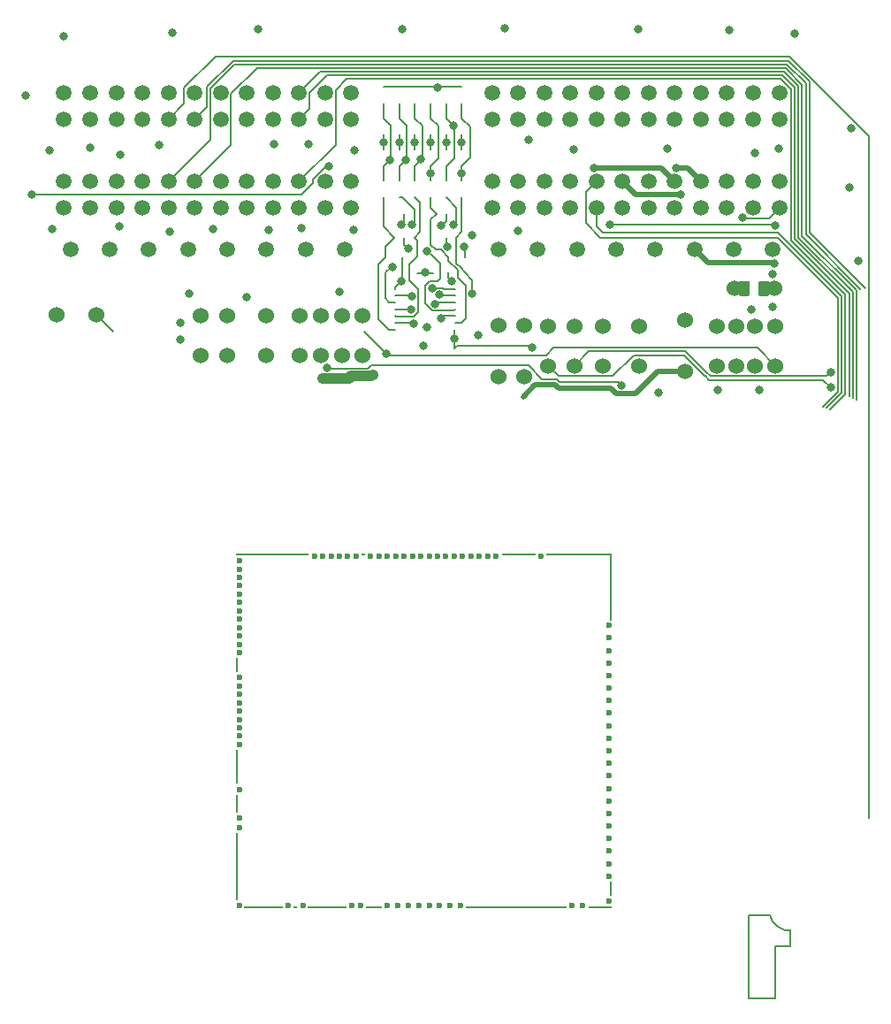
<source format=gbl>
G04 #@! TF.GenerationSoftware,KiCad,Pcbnew,8.0.6-8.0.6-0~ubuntu22.04.1*
G04 #@! TF.CreationDate,2024-11-30T08:22:39+00:00*
G04 #@! TF.ProjectId,hellen-112-17,68656c6c-656e-42d3-9131-322d31372e6b,B*
G04 #@! TF.SameCoordinates,Original*
G04 #@! TF.FileFunction,Copper,L4,Bot*
G04 #@! TF.FilePolarity,Positive*
%FSLAX46Y46*%
G04 Gerber Fmt 4.6, Leading zero omitted, Abs format (unit mm)*
G04 Created by KiCad (PCBNEW 8.0.6-8.0.6-0~ubuntu22.04.1) date 2024-11-30 08:22:39*
%MOMM*%
%LPD*%
G01*
G04 APERTURE LIST*
G04 #@! TA.AperFunction,EtchedComponent*
%ADD10C,0.200000*%
G04 #@! TD*
G04 #@! TA.AperFunction,ComponentPad*
%ADD11C,1.500000*%
G04 #@! TD*
G04 #@! TA.AperFunction,ComponentPad*
%ADD12C,1.524000*%
G04 #@! TD*
G04 #@! TA.AperFunction,ComponentPad*
%ADD13C,0.600000*%
G04 #@! TD*
G04 #@! TA.AperFunction,SMDPad,CuDef*
%ADD14R,3.700000X0.200000*%
G04 #@! TD*
G04 #@! TA.AperFunction,SMDPad,CuDef*
%ADD15R,0.400000X0.200000*%
G04 #@! TD*
G04 #@! TA.AperFunction,SMDPad,CuDef*
%ADD16R,1.600000X0.200000*%
G04 #@! TD*
G04 #@! TA.AperFunction,SMDPad,CuDef*
%ADD17R,9.700000X0.200000*%
G04 #@! TD*
G04 #@! TA.AperFunction,SMDPad,CuDef*
%ADD18R,2.300000X0.200000*%
G04 #@! TD*
G04 #@! TA.AperFunction,SMDPad,CuDef*
%ADD19R,0.200000X1.400000*%
G04 #@! TD*
G04 #@! TA.AperFunction,SMDPad,CuDef*
%ADD20R,0.200000X6.400000*%
G04 #@! TD*
G04 #@! TA.AperFunction,SMDPad,CuDef*
%ADD21R,0.200000X1.700000*%
G04 #@! TD*
G04 #@! TA.AperFunction,SMDPad,CuDef*
%ADD22R,0.200000X3.300000*%
G04 #@! TD*
G04 #@! TA.AperFunction,SMDPad,CuDef*
%ADD23R,7.000000X0.200000*%
G04 #@! TD*
G04 #@! TA.AperFunction,SMDPad,CuDef*
%ADD24R,3.300000X0.200000*%
G04 #@! TD*
G04 #@! TA.AperFunction,SMDPad,CuDef*
%ADD25R,6.300000X0.200000*%
G04 #@! TD*
G04 #@! TA.AperFunction,ViaPad*
%ADD26C,0.800000*%
G04 #@! TD*
G04 #@! TA.AperFunction,Conductor*
%ADD27C,0.200000*%
G04 #@! TD*
G04 #@! TA.AperFunction,Conductor*
%ADD28C,0.500000*%
G04 #@! TD*
G04 #@! TA.AperFunction,Conductor*
%ADD29C,0.150000*%
G04 #@! TD*
G04 #@! TA.AperFunction,Conductor*
%ADD30C,1.000000*%
G04 #@! TD*
G04 APERTURE END LIST*
D10*
G04 #@! TO.C,G\u002A\u002A\u002A*
X74500000Y11000000D02*
X74500000Y3000000D01*
X74500000Y3000000D02*
X77000000Y3000000D01*
X76500000Y11000000D02*
X74500000Y11000000D01*
X77000000Y8000000D02*
X78500000Y8000000D01*
X77000000Y3000000D02*
X77000000Y8000000D01*
X78500000Y9500000D02*
X78500000Y8000000D01*
X78500000Y9500000D02*
G75*
G02*
X76500000Y11000000I-78399J1978801D01*
G01*
G04 #@! TD*
D11*
G04 #@! TO.P,J1,1,1A*
G04 #@! TO.N,/OUT_LS_101*
X77404267Y89716479D03*
G04 #@! TO.P,J1,2,2A*
G04 #@! TO.N,/OUT_LS_102*
X74904267Y89716479D03*
G04 #@! TO.P,J1,3,3A*
G04 #@! TO.N,GNDA*
X72404267Y89716479D03*
G04 #@! TO.P,J1,4,4A*
X69904267Y89716479D03*
G04 #@! TO.P,J1,5,5A*
X67404267Y89716479D03*
G04 #@! TO.P,J1,6,6A*
X64904267Y89716479D03*
G04 #@! TO.P,J1,7,7A*
G04 #@! TO.N,Net-(J1-7A)*
X62404267Y89716479D03*
G04 #@! TO.P,J1,8,8A*
G04 #@! TO.N,Net-(J1-8A)*
X59904267Y89716479D03*
G04 #@! TO.P,J1,9,9A*
G04 #@! TO.N,/IN_AV_109*
X57404267Y89716479D03*
G04 #@! TO.P,J1,10,10A*
G04 #@! TO.N,/IN_AV_110*
X54904267Y89716479D03*
G04 #@! TO.P,J1,11,11A*
G04 #@! TO.N,Net-(J1-11A)*
X52404267Y89716479D03*
G04 #@! TO.P,J1,12,12A*
G04 #@! TO.N,/IN_AV_112*
X49904267Y89716479D03*
G04 #@! TO.P,J1,13,13A*
G04 #@! TO.N,/IN_DIGITAL_113*
X77404267Y87216479D03*
G04 #@! TO.P,J1,14,14A*
G04 #@! TO.N,Net-(J1-14A)*
X74904267Y87216479D03*
G04 #@! TO.P,J1,15,15A*
G04 #@! TO.N,/OUT_MAIN_RELAY*
X72404267Y87216479D03*
G04 #@! TO.P,J1,16,16A*
G04 #@! TO.N,Net-(J1-16A)*
X69904267Y87216479D03*
G04 #@! TO.P,J1,17,17A*
G04 #@! TO.N,unconnected-(J1-17A-Pad17)*
X67404267Y87216479D03*
G04 #@! TO.P,J1,18,18A*
G04 #@! TO.N,unconnected-(J1-18A-Pad18)*
X64904267Y87216479D03*
G04 #@! TO.P,J1,19,19A*
G04 #@! TO.N,/IN_AV_119*
X62404267Y87216479D03*
G04 #@! TO.P,J1,20,20A*
G04 #@! TO.N,/IN_DIGITAL_120*
X59904267Y87216479D03*
G04 #@! TO.P,J1,21,21A*
G04 #@! TO.N,Net-(J1-21A)*
X57404267Y87216479D03*
G04 #@! TO.P,J1,22,22A*
G04 #@! TO.N,unconnected-(J1-22A-Pad22)*
X54904267Y87216479D03*
G04 #@! TO.P,J1,23,23A*
G04 #@! TO.N,/IN_DIGITAL_123*
X52404267Y87216479D03*
G04 #@! TO.P,J1,24,24A*
G04 #@! TO.N,unconnected-(J1-24A-Pad24)*
X49904267Y87216479D03*
G04 #@! TO.P,J1,25,25A*
G04 #@! TO.N,Net-(J1-25A)*
X77404267Y81216479D03*
G04 #@! TO.P,J1,26,26A*
G04 #@! TO.N,Net-(J1-26A)*
X74904267Y81216479D03*
G04 #@! TO.P,J1,27,27A*
G04 #@! TO.N,unconnected-(J1-27A-Pad27)*
X72404267Y81216479D03*
G04 #@! TO.P,J1,28,28A*
G04 #@! TO.N,/OUT_TACH*
X69904267Y81216479D03*
G04 #@! TO.P,J1,29,29A*
G04 #@! TO.N,/OUT_FUEL_CONSUMPTION*
X67404267Y81216479D03*
G04 #@! TO.P,J1,30,30A*
G04 #@! TO.N,unconnected-(J1-30A-Pad30)*
X64904267Y81216479D03*
G04 #@! TO.P,J1,31,31A*
G04 #@! TO.N,/OUT_AC_RELAY*
X62404267Y81216479D03*
G04 #@! TO.P,J1,32,32A*
G04 #@! TO.N,/CAN+*
X59904267Y81216479D03*
G04 #@! TO.P,J1,33,33A*
G04 #@! TO.N,unconnected-(J1-33A-Pad33)*
X57404267Y81216479D03*
G04 #@! TO.P,J1,34,34A*
G04 #@! TO.N,/IN_DIGITAL_134_HS*
X54904267Y81216479D03*
G04 #@! TO.P,J1,35,35A*
G04 #@! TO.N,/IN_DIGITAL_135_HS*
X52404267Y81216479D03*
G04 #@! TO.P,J1,36,36A*
G04 #@! TO.N,/IN_DIGITAL_136_HS*
X49904267Y81216479D03*
G04 #@! TO.P,J1,37,37A*
G04 #@! TO.N,Net-(J1-37A)*
X77404267Y78716479D03*
G04 #@! TO.P,J1,38,38A*
G04 #@! TO.N,Net-(J1-38A)*
X74904267Y78716479D03*
G04 #@! TO.P,J1,39,39A*
G04 #@! TO.N,unconnected-(J1-39A-Pad39)*
X72404267Y78716479D03*
G04 #@! TO.P,J1,40,40A*
G04 #@! TO.N,/OUT_RELAY_140*
X69904267Y78716479D03*
G04 #@! TO.P,J1,41,41A*
G04 #@! TO.N,/OUT_FAN_RELAY*
X67404267Y78716479D03*
G04 #@! TO.P,J1,42,42A*
G04 #@! TO.N,/OUT_FUEL_PUMP_RELAY*
X64904267Y78716479D03*
G04 #@! TO.P,J1,43,43A*
G04 #@! TO.N,unconnected-(J1-43A-Pad43)*
X62404267Y78716479D03*
G04 #@! TO.P,J1,44,44A*
G04 #@! TO.N,/CAN-*
X59904267Y78716479D03*
G04 #@! TO.P,J1,45,45A*
G04 #@! TO.N,unconnected-(J1-45A-Pad45)*
X57404267Y78716479D03*
G04 #@! TO.P,J1,46,46A*
G04 #@! TO.N,unconnected-(J1-46A-Pad46)*
X54904267Y78716479D03*
G04 #@! TO.P,J1,47,47A*
G04 #@! TO.N,/IN_DIGITAL_147_HS*
X52404267Y78716479D03*
G04 #@! TO.P,J1,48,48A*
G04 #@! TO.N,unconnected-(J1-48A-Pad48)*
X49904267Y78716479D03*
G04 #@! TO.P,J1,49,49A*
G04 #@! TO.N,unconnected-(J1-49A-Pad49)*
X76779267Y74716479D03*
G04 #@! TO.P,J1,50,50A*
G04 #@! TO.N,unconnected-(J1-50A-Pad50)*
X73029267Y74716479D03*
G04 #@! TO.P,J1,51,51A*
G04 #@! TO.N,/OUT_RELAY_151*
X69279267Y74716479D03*
G04 #@! TO.P,J1,52,52A*
G04 #@! TO.N,/OUT_RELAY_152*
X65529267Y74716479D03*
G04 #@! TO.P,J1,53,53A*
G04 #@! TO.N,GND*
X61779267Y74716479D03*
G04 #@! TO.P,J1,54,54A*
X58029267Y74716479D03*
G04 #@! TO.P,J1,55,55A*
G04 #@! TO.N,Net-(J1-55A)*
X54279267Y74716479D03*
G04 #@! TO.P,J1,56,56A*
G04 #@! TO.N,Net-(J1-56A)*
X50529267Y74716479D03*
G04 #@! TO.P,J1,57,1B*
G04 #@! TO.N,/IN_CRANK-*
X36404267Y89716479D03*
G04 #@! TO.P,J1,58,2B*
G04 #@! TO.N,unconnected-(J1-2B-Pad58)*
X33904267Y89716479D03*
G04 #@! TO.P,J1,59,3B*
G04 #@! TO.N,/IN_TPS1*
X31404267Y89716479D03*
G04 #@! TO.P,J1,60,4B*
G04 #@! TO.N,GNDA*
X28904267Y89716479D03*
G04 #@! TO.P,J1,61,5B*
X26404267Y89716479D03*
G04 #@! TO.P,J1,62,6B*
X23904267Y89716479D03*
G04 #@! TO.P,J1,63,7B*
X21404267Y89716479D03*
G04 #@! TO.P,J1,64,8B*
X18904267Y89716479D03*
G04 #@! TO.P,J1,65,9B*
G04 #@! TO.N,unconnected-(J1-9B-Pad65)*
X16404267Y89716479D03*
G04 #@! TO.P,J1,66,10B*
G04 #@! TO.N,+5VP*
X13904267Y89716479D03*
G04 #@! TO.P,J1,67,11B*
G04 #@! TO.N,unconnected-(J1-11B-Pad67)*
X11404267Y89716479D03*
G04 #@! TO.P,J1,68,12B*
G04 #@! TO.N,unconnected-(J1-12B-Pad68)*
X8904267Y89716479D03*
G04 #@! TO.P,J1,69,13B*
G04 #@! TO.N,/IN_CRANK+*
X36404267Y87216479D03*
G04 #@! TO.P,J1,70,14B*
G04 #@! TO.N,unconnected-(J1-14B-Pad70)*
X33904267Y87216479D03*
G04 #@! TO.P,J1,71,15B*
G04 #@! TO.N,/IN_CLT*
X31404267Y87216479D03*
G04 #@! TO.P,J1,72,16B*
G04 #@! TO.N,unconnected-(J1-16B-Pad72)*
X28904267Y87216479D03*
G04 #@! TO.P,J1,73,17B*
G04 #@! TO.N,unconnected-(J1-17B-Pad73)*
X26404267Y87216479D03*
G04 #@! TO.P,J1,74,18B*
G04 #@! TO.N,unconnected-(J1-18B-Pad74)*
X23904267Y87216479D03*
G04 #@! TO.P,J1,75,19B*
G04 #@! TO.N,/IN_MAP*
X21404267Y87216479D03*
G04 #@! TO.P,J1,76,20B*
G04 #@! TO.N,/IN_TPS2*
X18904267Y87216479D03*
G04 #@! TO.P,J1,77,21B*
G04 #@! TO.N,unconnected-(J1-21B-Pad77)*
X16404267Y87216479D03*
G04 #@! TO.P,J1,78,22B*
G04 #@! TO.N,unconnected-(J1-22B-Pad78)*
X13904267Y87216479D03*
G04 #@! TO.P,J1,79,23B*
G04 #@! TO.N,Net-(J1-23B)*
X11404267Y87216479D03*
G04 #@! TO.P,J1,80,24B*
G04 #@! TO.N,unconnected-(J1-24B-Pad80)*
X8904267Y87216479D03*
G04 #@! TO.P,J1,81,25B*
G04 #@! TO.N,unconnected-(J1-25B-Pad81)*
X36404267Y81216479D03*
G04 #@! TO.P,J1,82,26B*
G04 #@! TO.N,unconnected-(J1-26B-Pad82)*
X33904267Y81216479D03*
G04 #@! TO.P,J1,83,27B*
G04 #@! TO.N,/IN_IAT*
X31404267Y81216479D03*
G04 #@! TO.P,J1,84,28B*
G04 #@! TO.N,unconnected-(J1-28B-Pad84)*
X28904267Y81216479D03*
G04 #@! TO.P,J1,85,29B*
G04 #@! TO.N,unconnected-(J1-29B-Pad85)*
X26404267Y81216479D03*
G04 #@! TO.P,J1,86,30B*
G04 #@! TO.N,unconnected-(J1-30B-Pad86)*
X23904267Y81216479D03*
G04 #@! TO.P,J1,87,31B*
G04 #@! TO.N,/IN_CAM*
X21404267Y81216479D03*
G04 #@! TO.P,J1,88,32B*
G04 #@! TO.N,/IN_VSS*
X18904267Y81216479D03*
G04 #@! TO.P,J1,89,33B*
G04 #@! TO.N,Net-(J1-33B)*
X16404267Y81216479D03*
G04 #@! TO.P,J1,90,34B*
G04 #@! TO.N,unconnected-(J1-34B-Pad90)*
X13904267Y81216479D03*
G04 #@! TO.P,J1,91,35B*
G04 #@! TO.N,/OUT_LS_235*
X11404267Y81216479D03*
G04 #@! TO.P,J1,92,36B*
G04 #@! TO.N,unconnected-(J1-36B-Pad92)*
X8904267Y81216479D03*
G04 #@! TO.P,J1,93,37B*
G04 #@! TO.N,Net-(J1-37B)*
X36404267Y78716479D03*
G04 #@! TO.P,J1,94,38B*
G04 #@! TO.N,Net-(J1-38B)*
X33904267Y78716479D03*
G04 #@! TO.P,J1,95,39B*
G04 #@! TO.N,unconnected-(J1-39B-Pad95)*
X31404267Y78716479D03*
G04 #@! TO.P,J1,96,40B*
G04 #@! TO.N,unconnected-(J1-40B-Pad96)*
X28904267Y78716479D03*
G04 #@! TO.P,J1,97,41B*
G04 #@! TO.N,unconnected-(J1-41B-Pad97)*
X26404267Y78716479D03*
G04 #@! TO.P,J1,98,42B*
G04 #@! TO.N,/OUT_INJ2*
X23904267Y78716479D03*
G04 #@! TO.P,J1,99,43B*
G04 #@! TO.N,/OUT_INJ3*
X21404267Y78716479D03*
G04 #@! TO.P,J1,100,44B*
G04 #@! TO.N,/OUT_INJ1*
X18904267Y78716479D03*
G04 #@! TO.P,J1,101,45B*
G04 #@! TO.N,/OUT_INJ4*
X16404267Y78716479D03*
G04 #@! TO.P,J1,102,46B*
G04 #@! TO.N,/OUT_LS_246*
X13904267Y78716479D03*
G04 #@! TO.P,J1,103,47B*
G04 #@! TO.N,GNDA*
X11404267Y78716479D03*
G04 #@! TO.P,J1,104,48B*
G04 #@! TO.N,unconnected-(J1-48B-Pad104)*
X8904267Y78716479D03*
G04 #@! TO.P,J1,105,49B*
G04 #@! TO.N,unconnected-(J1-49B-Pad105)*
X35779267Y74716479D03*
G04 #@! TO.P,J1,106,50B*
G04 #@! TO.N,GND*
X32029267Y74716479D03*
G04 #@! TO.P,J1,107,51B*
G04 #@! TO.N,Net-(J1-51B)*
X28279267Y74716479D03*
G04 #@! TO.P,J1,108,52B*
G04 #@! TO.N,Net-(J1-52B)*
X24529267Y74716479D03*
G04 #@! TO.P,J1,109,53B*
G04 #@! TO.N,/OUT_IGN2*
X20779267Y74716479D03*
G04 #@! TO.P,J1,110,54B*
G04 #@! TO.N,/OUT_IGN3*
X17029267Y74716479D03*
G04 #@! TO.P,J1,111,55B*
G04 #@! TO.N,/OUT_IGN4*
X13279267Y74716479D03*
G04 #@! TO.P,J1,112,56B*
G04 #@! TO.N,/OUT_IGN1*
X9529267Y74716479D03*
G04 #@! TD*
D12*
G04 #@! TO.P,R13,1,1*
G04 #@! TO.N,Net-(J1-37B)*
X33500000Y68405000D03*
G04 #@! TO.P,R13,2,2*
G04 #@! TO.N,unconnected-(R13-Pad2)*
X33500000Y64595000D03*
G04 #@! TD*
G04 #@! TO.P,R11,1,1*
G04 #@! TO.N,Net-(J1-23B)*
X8190000Y68500000D03*
G04 #@! TO.P,R11,2,2*
G04 #@! TO.N,+5VP*
X12000000Y68500000D03*
G04 #@! TD*
G04 #@! TO.P,R14,1,1*
G04 #@! TO.N,Net-(J1-38B)*
X31500000Y68405000D03*
G04 #@! TO.P,R14,2,2*
G04 #@! TO.N,GNDA*
X31500000Y64595000D03*
G04 #@! TD*
G04 #@! TO.P,R12,1,1*
G04 #@! TO.N,Net-(J1-33B)*
X22000000Y68405000D03*
G04 #@! TO.P,R12,2,2*
G04 #@! TO.N,unconnected-(R12-Pad2)*
X22000000Y64595000D03*
G04 #@! TD*
G04 #@! TO.P,F2,1,1*
G04 #@! TO.N,Net-(J1-55A)*
X53000000Y67450000D03*
G04 #@! TO.P,F2,2,2*
G04 #@! TO.N,+12V_RAW*
X53000000Y62550000D03*
G04 #@! TD*
G04 #@! TO.P,R15,1,1*
G04 #@! TO.N,Net-(J1-51B)*
X28250000Y68405000D03*
G04 #@! TO.P,R15,2,2*
G04 #@! TO.N,/OUT_ETB+*
X28250000Y64595000D03*
G04 #@! TD*
G04 #@! TO.P,F1,1,1*
G04 #@! TO.N,Net-(J1-16A)*
X68400000Y67950000D03*
G04 #@! TO.P,F1,2,2*
G04 #@! TO.N,/IN_VIGN*
X68400000Y63050000D03*
G04 #@! TD*
G04 #@! TO.P,F3,1,1*
G04 #@! TO.N,Net-(J1-56A)*
X50500000Y67450000D03*
G04 #@! TO.P,F3,2,2*
G04 #@! TO.N,+12V_RAW*
X50500000Y62550000D03*
G04 #@! TD*
G04 #@! TO.P,R1,1,1*
G04 #@! TO.N,Net-(J1-7A)*
X64000000Y67405000D03*
G04 #@! TO.P,R1,2,2*
G04 #@! TO.N,/IN_AV_107*
X64000000Y63595000D03*
G04 #@! TD*
G04 #@! TO.P,R9,1,1*
G04 #@! TO.N,/IN_CRANK-*
X37500000Y68405000D03*
G04 #@! TO.P,R9,2,2*
G04 #@! TO.N,unconnected-(R9-Pad2)*
X37500000Y64595000D03*
G04 #@! TD*
G04 #@! TO.P,R6,1,1*
G04 #@! TO.N,Net-(J1-25A)*
X77000000Y67405000D03*
G04 #@! TO.P,R6,2,2*
G04 #@! TO.N,+5VP*
X77000000Y63595000D03*
G04 #@! TD*
G04 #@! TO.P,R4,1,1*
G04 #@! TO.N,Net-(J1-14A)*
X71400000Y67405000D03*
G04 #@! TO.P,R4,2,2*
G04 #@! TO.N,/IN_PPS2*
X71400000Y63595000D03*
G04 #@! TD*
G04 #@! TO.P,R8,1,1*
G04 #@! TO.N,Net-(J1-38A)*
X73300000Y67405000D03*
G04 #@! TO.P,R8,2,2*
G04 #@! TO.N,+5VP*
X73300000Y63595000D03*
G04 #@! TD*
G04 #@! TO.P,R10,1,1*
G04 #@! TO.N,/IN_CRANK+*
X35500000Y68405000D03*
G04 #@! TO.P,R10,2,2*
G04 #@! TO.N,unconnected-(R10-Pad2)*
X35500000Y64595000D03*
G04 #@! TD*
G04 #@! TO.P,R7,1,1*
G04 #@! TO.N,Net-(J1-26A)*
X75100000Y67405000D03*
G04 #@! TO.P,R7,2,2*
G04 #@! TO.N,+5VP*
X75100000Y63595000D03*
G04 #@! TD*
D13*
G04 #@! TO.P,M1,E1,V5A_SWITCHABLE*
G04 #@! TO.N,unconnected-(M1-V5A_SWITCHABLE-PadE1)*
X54575005Y45324995D03*
G04 #@! TO.P,M1,E2,GNDA*
G04 #@! TO.N,unconnected-(M1-GNDA-PadE2)*
X50275005Y45325005D03*
G04 #@! TO.P,M1,E3,I2C_SCL_(PB10)*
G04 #@! TO.N,unconnected-(M1-I2C_SCL_(PB10)-PadE3)*
X49475015Y45325005D03*
G04 #@! TO.P,M1,E4,I2C_SDA_(PB11)*
G04 #@! TO.N,unconnected-(M1-I2C_SDA_(PB11)-PadE4)*
X48675005Y45325005D03*
G04 #@! TO.P,M1,E5,IN_VIGN_(PA5)*
G04 #@! TO.N,unconnected-(M1-IN_VIGN_(PA5)-PadE5)*
X47875005Y45325005D03*
G04 #@! TO.P,M1,E6,SPI2_CS_/_CAN2_RX_(PB12)*
G04 #@! TO.N,unconnected-(M1-SPI2_CS_{slash}_CAN2_RX_(PB12)-PadE6)*
X47075005Y45325005D03*
G04 #@! TO.P,M1,E7,SPI2_SCK_/_CAN2_TX_(PB13)*
G04 #@! TO.N,unconnected-(M1-SPI2_SCK_{slash}_CAN2_TX_(PB13)-PadE7)*
X46275005Y45325005D03*
G04 #@! TO.P,M1,E8,SPI2_MISO_(PB14)*
G04 #@! TO.N,unconnected-(M1-SPI2_MISO_(PB14)-PadE8)*
X45475005Y45325005D03*
G04 #@! TO.P,M1,E9,SPI2_MOSI_(PB15)*
G04 #@! TO.N,unconnected-(M1-SPI2_MOSI_(PB15)-PadE9)*
X44675005Y45325005D03*
G04 #@! TO.P,M1,E10,OUT_INJ8_(PD12)*
G04 #@! TO.N,unconnected-(M1-OUT_INJ8_(PD12)-PadE10)*
X43875005Y45325005D03*
G04 #@! TO.P,M1,E11,OUT_INJ7_(PD15)*
G04 #@! TO.N,unconnected-(M1-OUT_INJ7_(PD15)-PadE11)*
X43075005Y45325005D03*
G04 #@! TO.P,M1,E12,OUT_INJ6_(PA8)*
G04 #@! TO.N,unconnected-(M1-OUT_INJ6_(PA8)-PadE12)*
X42275005Y45325005D03*
G04 #@! TO.P,M1,E13,OUT_INJ5_(PD2)*
G04 #@! TO.N,/IN_DIGITAL_135_HS*
X41475005Y45325005D03*
G04 #@! TO.P,M1,E14,OUT_INJ4_(PD10)*
G04 #@! TO.N,/IN_DIGITAL_134_HS*
X40675005Y45325005D03*
G04 #@! TO.P,M1,E15,OUT_INJ3_(PD11)*
G04 #@! TO.N,/CAN+*
X39875005Y45325005D03*
G04 #@! TO.P,M1,E16,OUT_INJ2_(PA9)*
G04 #@! TO.N,/OUT_AC_RELAY*
X39075015Y45324995D03*
G04 #@! TO.P,M1,E17,OUT_INJ1_(PD3)*
G04 #@! TO.N,/OUT_TACH*
X38275005Y45325005D03*
G04 #@! TO.P,M1,E18,OUT_PWM1_(PD13)*
G04 #@! TO.N,unconnected-(M1-OUT_PWM1_(PD13)-PadE18)*
X36875005Y45325005D03*
G04 #@! TO.P,M1,E19,OUT_PWM2_(PC6)*
G04 #@! TO.N,unconnected-(M1-OUT_PWM2_(PC6)-PadE19)*
X36075015Y45325005D03*
G04 #@! TO.P,M1,E20,OUT_PWM3_(PC7)*
G04 #@! TO.N,unconnected-(M1-OUT_PWM3_(PC7)-PadE20)*
X35275015Y45325005D03*
G04 #@! TO.P,M1,E21,OUT_PWM4_(PC8)*
G04 #@! TO.N,unconnected-(M1-OUT_PWM4_(PC8)-PadE21)*
X34475015Y45325005D03*
G04 #@! TO.P,M1,E22,OUT_PWM5_(PC9)*
G04 #@! TO.N,unconnected-(M1-OUT_PWM5_(PC9)-PadE22)*
X33675015Y45325005D03*
G04 #@! TO.P,M1,E23,OUT_PWM6_(PD14)*
G04 #@! TO.N,unconnected-(M1-OUT_PWM6_(PD14)-PadE23)*
X32875005Y45325005D03*
D14*
G04 #@! TO.P,M1,G,GND*
G04 #@! TO.N,unconnected-(M1-GND-PadG)*
X28025015Y11724995D03*
D15*
X31075005Y11724995D03*
D14*
X34125015Y11724995D03*
D16*
X38575005Y11724995D03*
D17*
X52225005Y11724995D03*
D18*
X60225005Y11724995D03*
D19*
X61275015Y13525005D03*
D20*
X25475015Y15624995D03*
D21*
X25475015Y21674995D03*
D22*
X25475015Y25174995D03*
D19*
X25475015Y34924995D03*
D20*
X61275015Y42424995D03*
D23*
X28874995Y45525005D03*
D15*
X37575015Y45525005D03*
D24*
X52425015Y45525005D03*
D25*
X58225015Y45525005D03*
D13*
G04 #@! TO.P,M1,N1,VBUS*
G04 #@! TO.N,unconnected-(M1-VBUS-PadN1)*
X25675005Y44925005D03*
G04 #@! TO.P,M1,N2,USBM_(PA11)*
G04 #@! TO.N,unconnected-(M1-USBM_(PA11)-PadN2)*
X25675005Y44125005D03*
G04 #@! TO.P,M1,N3,USBP_(PA12)*
G04 #@! TO.N,unconnected-(M1-USBP_(PA12)-PadN3)*
X25675005Y43325005D03*
G04 #@! TO.P,M1,N4,USBID_(PA10)*
G04 #@! TO.N,unconnected-(M1-USBID_(PA10)-PadN4)*
X25675005Y42524995D03*
G04 #@! TO.P,M1,N5,SWDIO_(PA13)*
G04 #@! TO.N,unconnected-(M1-SWDIO_(PA13)-PadN5)*
X25675005Y41725005D03*
G04 #@! TO.P,M1,N6,SWCLK_(PA14)*
G04 #@! TO.N,unconnected-(M1-SWCLK_(PA14)-PadN6)*
X25675005Y40925005D03*
G04 #@! TO.P,M1,N7,nReset*
G04 #@! TO.N,unconnected-(M1-nReset-PadN7)*
X25675005Y40125005D03*
G04 #@! TO.P,M1,N8,SWO_(PB3)*
G04 #@! TO.N,unconnected-(M1-SWO_(PB3)-PadN8)*
X25675005Y39324995D03*
G04 #@! TO.P,M1,N9,SPI3_CS_(PA15)*
G04 #@! TO.N,unconnected-(M1-SPI3_CS_(PA15)-PadN9)*
X25675015Y38525005D03*
G04 #@! TO.P,M1,N10,SPI3_SCK_(PC10)*
G04 #@! TO.N,unconnected-(M1-SPI3_SCK_(PC10)-PadN10)*
X25675015Y37725005D03*
G04 #@! TO.P,M1,N11,SPI3_MISO_(PC11)*
G04 #@! TO.N,unconnected-(M1-SPI3_MISO_(PC11)-PadN11)*
X25675015Y36925005D03*
G04 #@! TO.P,M1,N12,SPI3_MOSI_(PC12)*
G04 #@! TO.N,unconnected-(M1-SPI3_MOSI_(PC12)-PadN12)*
X25675015Y36125005D03*
G04 #@! TO.P,M1,N13,UART2_TX_(PD5)*
G04 #@! TO.N,unconnected-(M1-UART2_TX_(PD5)-PadN13)*
X25675015Y33724995D03*
G04 #@! TO.P,M1,N14,UART2_RX_(PD6)*
G04 #@! TO.N,unconnected-(M1-UART2_RX_(PD6)-PadN14)*
X25675015Y32924995D03*
G04 #@! TO.P,M1,N14a,LED_GREEN*
G04 #@! TO.N,unconnected-(M1-LED_GREEN-PadN14a)*
X25675005Y32125005D03*
G04 #@! TO.P,M1,N14b,LED_YELLOW*
G04 #@! TO.N,unconnected-(M1-LED_YELLOW-PadN14b)*
X25675005Y31324995D03*
G04 #@! TO.P,M1,N15,V33_SWITCHABLE*
G04 #@! TO.N,unconnected-(M1-V33_SWITCHABLE-PadN15)*
X25675005Y30524995D03*
G04 #@! TO.P,M1,N16,BOOT0*
G04 #@! TO.N,unconnected-(M1-BOOT0-PadN16)*
X25675005Y29724995D03*
G04 #@! TO.P,M1,N17,VBAT*
G04 #@! TO.N,unconnected-(M1-VBAT-PadN17)*
X25675005Y28924995D03*
G04 #@! TO.P,M1,N18,UART8_RX_(PE0)*
G04 #@! TO.N,unconnected-(M1-UART8_RX_(PE0)-PadN18)*
X25675015Y28124995D03*
G04 #@! TO.P,M1,N19,UART8_TX_(PE1)*
G04 #@! TO.N,unconnected-(M1-UART8_TX_(PE1)-PadN19)*
X25675015Y27324995D03*
G04 #@! TO.P,M1,N20,OUT_PWR_EN_(PE10)*
G04 #@! TO.N,unconnected-(M1-OUT_PWR_EN_(PE10)-PadN20)*
X25675015Y23024995D03*
G04 #@! TO.P,M1,N21,V33*
G04 #@! TO.N,unconnected-(M1-V33-PadN21)*
X25675015Y20324995D03*
G04 #@! TO.P,M1,N22,VCC*
G04 #@! TO.N,unconnected-(M1-VCC-PadN22)*
X25675015Y19325005D03*
G04 #@! TO.P,M1,N23,V33*
G04 #@! TO.N,unconnected-(M1-V33-PadN23)*
X25675015Y11924995D03*
G04 #@! TO.P,M1,S1,IN_D4_(PE15)*
G04 #@! TO.N,unconnected-(M1-IN_D4_(PE15)-PadS1)*
X61075015Y38725015D03*
G04 #@! TO.P,M1,S2,IN_D3_(PE14)*
G04 #@! TO.N,unconnected-(M1-IN_D3_(PE14)-PadS2)*
X61075015Y37525005D03*
G04 #@! TO.P,M1,S3,IN_D2_(PE13)*
G04 #@! TO.N,unconnected-(M1-IN_D2_(PE13)-PadS3)*
X61075015Y36325005D03*
G04 #@! TO.P,M1,S4,IN_D1_(PE12)*
G04 #@! TO.N,unconnected-(M1-IN_D1_(PE12)-PadS4)*
X61075015Y35125005D03*
G04 #@! TO.P,M1,S5,VREF2*
G04 #@! TO.N,unconnected-(M1-VREF2-PadS5)*
X61075015Y33925005D03*
G04 #@! TO.P,M1,S6,IN_AUX4_(PC5)*
G04 #@! TO.N,unconnected-(M1-IN_AUX4_(PC5)-PadS6)*
X61075015Y32725005D03*
G04 #@! TO.P,M1,S7,IN_AUX3_(PA7)*
G04 #@! TO.N,unconnected-(M1-IN_AUX3_(PA7)-PadS7)*
X61075015Y31525005D03*
G04 #@! TO.P,M1,S8,IN_AUX2_(PC4/PE9)*
G04 #@! TO.N,unconnected-(M1-IN_AUX2_(PC4{slash}PE9)-PadS8)*
X61075015Y30325005D03*
G04 #@! TO.P,M1,S9,IN_AUX1_(PB0)*
G04 #@! TO.N,unconnected-(M1-IN_AUX1_(PB0)-PadS9)*
X61075015Y29125005D03*
G04 #@! TO.P,M1,S10,IN_O2S2_(PA1)*
G04 #@! TO.N,unconnected-(M1-IN_O2S2_(PA1)-PadS10)*
X61075015Y27925005D03*
G04 #@! TO.P,M1,S11,IN_O2S_/_CAN_WAKEUP_(PA0)*
G04 #@! TO.N,unconnected-(M1-IN_O2S_{slash}_CAN_WAKEUP_(PA0)-PadS11)*
X61075015Y26725005D03*
G04 #@! TO.P,M1,S12,IN_MAP2_(PC1)*
G04 #@! TO.N,unconnected-(M1-IN_MAP2_(PC1)-PadS12)*
X61075015Y25525005D03*
G04 #@! TO.P,M1,S13,IN_MAP1_(PC0)*
G04 #@! TO.N,unconnected-(M1-IN_MAP1_(PC0)-PadS13)*
X61075015Y24325005D03*
G04 #@! TO.P,M1,S14,IN_CRANK_(PB1)*
G04 #@! TO.N,unconnected-(M1-IN_CRANK_(PB1)-PadS14)*
X61075015Y23125005D03*
G04 #@! TO.P,M1,S15,IN_KNOCK_(PA2)*
G04 #@! TO.N,unconnected-(M1-IN_KNOCK_(PA2)-PadS15)*
X61075015Y21925005D03*
G04 #@! TO.P,M1,S16,IN_CAM_(PA6)*
G04 #@! TO.N,unconnected-(M1-IN_CAM_(PA6)-PadS16)*
X61075015Y20725005D03*
G04 #@! TO.P,M1,S17,IN_VSS_(PE11)*
G04 #@! TO.N,unconnected-(M1-IN_VSS_(PE11)-PadS17)*
X61075015Y19525005D03*
G04 #@! TO.P,M1,S18,IN_TPS_(PA4)*
G04 #@! TO.N,unconnected-(M1-IN_TPS_(PA4)-PadS18)*
X61075015Y18324995D03*
G04 #@! TO.P,M1,S19,IN_PPS_(PA3)*
G04 #@! TO.N,unconnected-(M1-IN_PPS_(PA3)-PadS19)*
X61075015Y17124995D03*
G04 #@! TO.P,M1,S20,IN_IAT_(PC3)*
G04 #@! TO.N,unconnected-(M1-IN_IAT_(PC3)-PadS20)*
X61075015Y15924995D03*
G04 #@! TO.P,M1,S21,IN_CLT_(PC2)*
G04 #@! TO.N,unconnected-(M1-IN_CLT_(PC2)-PadS21)*
X61075015Y14724995D03*
G04 #@! TO.P,M1,S22,VREF1*
G04 #@! TO.N,unconnected-(M1-VREF1-PadS22)*
X61075015Y12324995D03*
G04 #@! TO.P,M1,W1,GNDA*
G04 #@! TO.N,unconnected-(M1-GNDA-PadW1)*
X58575005Y11924995D03*
G04 #@! TO.P,M1,W2,V5A_SWITCHABLE*
G04 #@! TO.N,unconnected-(M1-V5A_SWITCHABLE-PadW2)*
X57575005Y11924995D03*
G04 #@! TO.P,M1,W3,IGN8_(PE6)*
G04 #@! TO.N,unconnected-(M1-IGN8_(PE6)-PadW3)*
X46875015Y11924995D03*
G04 #@! TO.P,M1,W4,IGN7_(PB9)*
G04 #@! TO.N,unconnected-(M1-IGN7_(PB9)-PadW4)*
X45875005Y11924995D03*
G04 #@! TO.P,M1,W5,IGN6_(PB8)*
G04 #@! TO.N,unconnected-(M1-IGN6_(PB8)-PadW5)*
X44875015Y11924995D03*
G04 #@! TO.P,M1,W6,IGN5_(PE2)*
G04 #@! TO.N,unconnected-(M1-IGN5_(PE2)-PadW6)*
X43875015Y11924995D03*
G04 #@! TO.P,M1,W7,IGN4_(PE3)*
G04 #@! TO.N,unconnected-(M1-IGN4_(PE3)-PadW7)*
X42875015Y11924995D03*
G04 #@! TO.P,M1,W8,IGN3_(PE4)*
G04 #@! TO.N,unconnected-(M1-IGN3_(PE4)-PadW8)*
X41875015Y11924995D03*
G04 #@! TO.P,M1,W9,IGN2_(PE5)*
G04 #@! TO.N,unconnected-(M1-IGN2_(PE5)-PadW9)*
X40875015Y11924995D03*
G04 #@! TO.P,M1,W10,IGN1_(PC13)*
G04 #@! TO.N,unconnected-(M1-IGN1_(PC13)-PadW10)*
X39875015Y11924995D03*
G04 #@! TO.P,M1,W11,CANH*
G04 #@! TO.N,unconnected-(M1-CANH-PadW11)*
X37275015Y11924995D03*
G04 #@! TO.P,M1,W12,CANL*
G04 #@! TO.N,unconnected-(M1-CANL-PadW12)*
X36475015Y11924995D03*
G04 #@! TO.P,M1,W13,V33_REF*
G04 #@! TO.N,unconnected-(M1-V33_REF-PadW13)*
X31775005Y11924995D03*
G04 #@! TO.P,M1,W14,V5A_SWITCHABLE*
G04 #@! TO.N,unconnected-(M1-V5A_SWITCHABLE-PadW14)*
X30375015Y11924995D03*
G04 #@! TD*
D12*
G04 #@! TO.P,R16,1,1*
G04 #@! TO.N,Net-(J1-52B)*
X24500000Y68405000D03*
G04 #@! TO.P,R16,2,2*
G04 #@! TO.N,/OUT_ETB-*
X24500000Y64595000D03*
G04 #@! TD*
G04 #@! TO.P,R5,1,1*
G04 #@! TO.N,Net-(J1-21A)*
X57800000Y67405000D03*
G04 #@! TO.P,R5,2,2*
G04 #@! TO.N,/IN_PPS1*
X57800000Y63595000D03*
G04 #@! TD*
G04 #@! TO.P,R2,1,1*
G04 #@! TO.N,Net-(J1-8A)*
X60500000Y67405000D03*
G04 #@! TO.P,R2,2,2*
G04 #@! TO.N,GND*
X60500000Y63595000D03*
G04 #@! TD*
G04 #@! TO.P,R3,1,1*
G04 #@! TO.N,Net-(J1-11A)*
X55300000Y67405000D03*
G04 #@! TO.P,R3,2,2*
G04 #@! TO.N,/IN_AV_111*
X55300000Y63595000D03*
G04 #@! TD*
G04 #@! TO.P,R54,1,1*
G04 #@! TO.N,Net-(J1-37A)*
X73090000Y71000000D03*
G04 #@! TA.AperFunction,SMDPad,CuDef*
G36*
G01*
X73544999Y70375000D02*
X73544999Y71625000D01*
G75*
G02*
X73644999Y71725000I100000J0D01*
G01*
X74444999Y71725000D01*
G75*
G02*
X74544999Y71625000I0J-100000D01*
G01*
X74544999Y70375000D01*
G75*
G02*
X74444999Y70275000I-100000J0D01*
G01*
X73644999Y70275000D01*
G75*
G02*
X73544999Y70375000I0J100000D01*
G01*
G37*
G04 #@! TD.AperFunction*
G04 #@! TO.P,R54,2,2*
G04 #@! TO.N,+5VP*
G04 #@! TA.AperFunction,SMDPad,CuDef*
G36*
G01*
X75445021Y70375000D02*
X75445021Y71625000D01*
G75*
G02*
X75545021Y71725000I100000J0D01*
G01*
X76345021Y71725000D01*
G75*
G02*
X76445021Y71625000I0J-100000D01*
G01*
X76445021Y70375000D01*
G75*
G02*
X76345021Y70275000I-100000J0D01*
G01*
X75545021Y70275000D01*
G75*
G02*
X75445021Y70375000I0J100000D01*
G01*
G37*
G04 #@! TD.AperFunction*
X76900000Y71000000D03*
G04 #@! TD*
D26*
G04 #@! TO.N,*
X42190446Y77065868D03*
X40341487Y73053162D03*
X43999046Y82000000D03*
X44863732Y70377949D03*
X46290001Y66215332D03*
X5800000Y80000000D03*
X46189486Y77065715D03*
X44147637Y71002219D03*
X44710475Y90200000D03*
X48000000Y70500000D03*
X34300000Y82700000D03*
X42139935Y68950001D03*
X45048311Y77018386D03*
X44458205Y69518849D03*
X34099500Y63418082D03*
X43698955Y74558230D03*
X62300000Y61699500D03*
X53708605Y65326466D03*
X45000000Y68100000D03*
X42350002Y67650001D03*
X41200000Y77100000D03*
X42200001Y70250001D03*
G04 #@! TO.N,/OUT_RELAY_151*
X76934280Y73339960D03*
G04 #@! TO.N,/OUT_FUEL_CONSUMPTION*
X59650000Y82500000D03*
G04 #@! TO.N,+5VP*
X39750000Y64770710D03*
G04 #@! TO.N,/OUT_TACH*
X67500923Y82512382D03*
G04 #@! TO.N,/OUT_AC_RELAY*
X68000000Y80000000D03*
G04 #@! TO.N,/IN_DIGITAL_113*
X77050000Y77000000D03*
X61200000Y77100000D03*
G04 #@! TO.N,/IN_DIGITAL_123*
X46187517Y86566912D03*
G04 #@! TO.N,/IN_DIGITAL_134_HS*
X40076262Y83298679D03*
G04 #@! TO.N,/IN_DIGITAL_135_HS*
X43097539Y83343646D03*
G04 #@! TO.N,/IN_DIGITAL_136_HS*
X41587104Y83322729D03*
G04 #@! TO.N,/IN_DIGITAL_147_HS*
X46999046Y82000000D03*
G04 #@! TO.N,GND*
X45500000Y85000000D03*
X27500000Y95800000D03*
X31600000Y76800000D03*
X28500000Y76600000D03*
X72600000Y95700000D03*
X26400000Y70200000D03*
X41000000Y85000000D03*
X8900000Y95100000D03*
X41300000Y95800000D03*
X39500000Y85000000D03*
X20061597Y66138403D03*
X74700000Y69000000D03*
X19000000Y76400000D03*
X41215816Y71699270D03*
X23200000Y76700000D03*
X14300000Y83800000D03*
X11400000Y84500000D03*
X53400000Y85200000D03*
X47197139Y74960087D03*
X43500000Y72500000D03*
X57700000Y84300000D03*
X46024421Y71718010D03*
X43300000Y65500000D03*
X76800000Y69200000D03*
X42500000Y85000000D03*
X19300000Y95500000D03*
X48000000Y76100000D03*
X66700000Y84400000D03*
X45646107Y74982425D03*
X35300000Y70700000D03*
X29000000Y84800000D03*
X36700000Y84200000D03*
X32300000Y84800000D03*
X85000000Y73600000D03*
X14200000Y76900000D03*
X63875843Y95776435D03*
X43700000Y67300000D03*
X20000000Y67700000D03*
X7500000Y84200000D03*
X51100000Y95900000D03*
X5200000Y89500000D03*
X65852260Y60984573D03*
X44000000Y85000000D03*
X84315716Y86365045D03*
X78899878Y95376860D03*
X7800000Y76700000D03*
X84100000Y80700000D03*
X18000000Y84700000D03*
X76800000Y72400000D03*
X48600000Y66500000D03*
X75500000Y61300000D03*
X41844771Y74818900D03*
X75100000Y84000000D03*
X77400000Y84400000D03*
X52400000Y76500000D03*
X36600000Y76600000D03*
X47000000Y85000000D03*
X20900000Y70500000D03*
G04 #@! TO.N,+12V_RAW*
X71500000Y61300000D03*
G04 #@! TO.N,Net-(J1-37A)*
X73900000Y77800000D03*
G04 #@! TO.N,/IN_AV_111*
X82325350Y61492537D03*
G04 #@! TO.N,/IN_PPS1*
X82362001Y63000000D03*
G04 #@! TD*
D27*
G04 #@! TO.N,*
X44217184Y74040001D02*
X43698955Y74558230D01*
X42300003Y67700000D02*
X42350002Y67650001D01*
X45709999Y73653762D02*
X46615001Y72748760D01*
X38289738Y63600000D02*
X38022738Y63333000D01*
X44810475Y90300000D02*
X44710475Y90200000D01*
X46362500Y68350000D02*
X45250000Y68350000D01*
X42450000Y78550000D02*
X41300000Y79700000D01*
X46450000Y77326229D02*
X46450000Y78137500D01*
X40263161Y73053162D02*
X40341487Y73053162D01*
X47350000Y68105025D02*
X46944975Y67700000D01*
X47000000Y90300000D02*
X44810475Y90300000D01*
X42850001Y68740828D02*
X42850001Y70886858D01*
X46540001Y65500000D02*
X46290001Y65250000D01*
X39709999Y74000000D02*
X39709999Y75022499D01*
X47290001Y72568734D02*
X47290001Y72500000D01*
X42409174Y68300001D02*
X42850001Y68740828D01*
X44550000Y78137500D02*
X44000000Y77587500D01*
X39500954Y90300000D02*
X44610475Y90300000D01*
X42500000Y79700000D02*
X43000000Y79200000D01*
X45319288Y70958034D02*
X45248687Y70958034D01*
X45231428Y70975293D02*
X45195568Y70975293D01*
X39034999Y68070026D02*
X40055025Y67050000D01*
X47290001Y72500000D02*
X47290001Y72568733D01*
X45195568Y70975293D02*
X45169716Y71001145D01*
X53535071Y65500000D02*
X46540001Y65500000D01*
X45048311Y77018386D02*
X45500000Y77470075D01*
X42089936Y69000000D02*
X42139935Y68950001D01*
X39500000Y79700000D02*
X39500000Y76912500D01*
X45320333Y70956989D02*
X45319288Y70958034D01*
X44592164Y71030643D02*
X44518510Y70956989D01*
X46450000Y73408735D02*
X46929367Y72929367D01*
X53708605Y65326466D02*
X53535071Y65500000D01*
X44000000Y77587500D02*
X44000000Y75184315D01*
X53381185Y63600000D02*
X38289738Y63600000D01*
X40637500Y69000000D02*
X42089936Y69000000D01*
X43497637Y71276476D02*
X43497637Y69544566D01*
X5800000Y80000000D02*
X31602002Y80000000D01*
X44518510Y70956989D02*
X44192867Y70956989D01*
X43000000Y79200000D02*
X43000000Y76412500D01*
X39709999Y74000000D02*
X39034999Y73325000D01*
X40637500Y70300000D02*
X42150002Y70300000D01*
X44173530Y68868673D02*
X46231173Y68868673D01*
X44250000Y74040001D02*
X44929939Y73360062D01*
X56400026Y62000000D02*
X56096898Y62303128D01*
X43999046Y87300000D02*
X44738970Y86560076D01*
X32700000Y81097998D02*
X32700000Y81426426D01*
X38022738Y63333000D02*
X34184582Y63333000D01*
X46290001Y66977501D02*
X46362500Y67050000D01*
X46450000Y78750000D02*
X46450000Y78137500D01*
X42450000Y75862500D02*
X42750000Y75562500D01*
X41500000Y77400000D02*
X41200000Y77100000D01*
X40055025Y67050000D02*
X40637500Y67050000D01*
X44929939Y73360062D02*
X44929939Y71949178D01*
X39034999Y73325000D02*
X39034999Y68070026D01*
X44589356Y69650000D02*
X44458205Y69518849D01*
X44000000Y88700000D02*
X44000000Y87300954D01*
X44738970Y86560076D02*
X44738970Y83449923D01*
X47000000Y76412500D02*
X46450000Y75862500D01*
X44635631Y71654870D02*
X43876031Y71654870D01*
X43999046Y82709999D02*
X43999046Y82000000D01*
X46362500Y69650000D02*
X44589356Y69650000D01*
X48000000Y71790001D02*
X48000000Y70500000D01*
X44250000Y74040001D02*
X44217184Y74040001D01*
X40687499Y68300001D02*
X42409174Y68300001D01*
X44000000Y87300954D02*
X43999046Y87300000D01*
X40637500Y68350000D02*
X40687499Y68300001D01*
X44994998Y74715001D02*
X45709999Y74000000D01*
X43497637Y69544566D02*
X44173530Y68868673D01*
X45130642Y71030643D02*
X44592164Y71030643D01*
X46362500Y70300000D02*
X44941681Y70300000D01*
X42000000Y71736859D02*
X42000000Y73290001D01*
X40637500Y67700000D02*
X42300003Y67700000D01*
X46944975Y67700000D02*
X46362500Y67700000D01*
X43876031Y71654870D02*
X43497637Y71276476D01*
X47290001Y72568733D02*
X46929367Y72929367D01*
X42150002Y70300000D02*
X42200001Y70250001D01*
X39650000Y72440001D02*
X39650000Y70055025D01*
X46290001Y65250000D02*
X46290001Y66215332D01*
X46362500Y70950000D02*
X46355511Y70956989D01*
X46450000Y75862500D02*
X46450000Y73408735D01*
X39709999Y75022499D02*
X40550000Y75862500D01*
X44000000Y78687500D02*
X44550000Y78137500D01*
X47350000Y71286239D02*
X47350000Y68105025D01*
X46355511Y70956989D02*
X45320333Y70956989D01*
X44000000Y75184315D02*
X44469314Y74715001D01*
X32700000Y81426426D02*
X33973574Y82700000D01*
X47290001Y72500000D02*
X48000000Y71790001D01*
X43000000Y76412500D02*
X42450000Y75862500D01*
X42190446Y77065868D02*
X42450000Y77325422D01*
X45500000Y79700000D02*
X46450000Y78750000D01*
X44929939Y71949178D02*
X44635631Y71654870D01*
X46615001Y72748760D02*
X46615001Y72021238D01*
X45169716Y71001145D02*
X45160140Y71001145D01*
X42450000Y78137500D02*
X42450000Y78550000D01*
X41500000Y78137500D02*
X41500000Y77400000D01*
X54678057Y62303128D02*
X53381185Y63600000D01*
X56096898Y62303128D02*
X54678057Y62303128D01*
X45250000Y68350000D02*
X45000000Y68100000D01*
X45160140Y71001145D02*
X45130642Y71030643D01*
X44000000Y79700000D02*
X44000000Y78687500D01*
X42000000Y73290001D02*
X42750000Y74040001D01*
X46615001Y72021238D02*
X47350000Y71286239D01*
X46929367Y72929367D02*
X47290001Y72568734D01*
X62300000Y61699500D02*
X61999500Y62000000D01*
X39709999Y72500000D02*
X40263161Y73053162D01*
X46290001Y66215332D02*
X46290001Y66977501D01*
X39500000Y76912500D02*
X40550000Y75862500D01*
X45500000Y77470075D02*
X45500000Y78137500D01*
X43999046Y82000000D02*
X43999046Y81300000D01*
X46231173Y68868673D02*
X46362500Y69000000D01*
X45248687Y70958034D02*
X45231428Y70975293D01*
X44738970Y83449923D02*
X43999046Y82709999D01*
X39650000Y70055025D02*
X40055025Y69650000D01*
X44192867Y70956989D02*
X44147637Y71002219D01*
X44941681Y70300000D02*
X44863732Y70377949D01*
X47000000Y79700000D02*
X47000000Y76412500D01*
X31602002Y80000000D02*
X32700000Y81097998D01*
X42850001Y70886858D02*
X42000000Y71736859D01*
X41300000Y79700000D02*
X41000000Y79700000D01*
X46189486Y77065715D02*
X46450000Y77326229D01*
X44610475Y90300000D02*
X44710475Y90200000D01*
X61999500Y62000000D02*
X56400026Y62000000D01*
X33973574Y82700000D02*
X34300000Y82700000D01*
X40055025Y69650000D02*
X40637500Y69650000D01*
X42450000Y77325422D02*
X42450000Y78137500D01*
X44469314Y74715001D02*
X44994998Y74715001D01*
X42750000Y75562500D02*
X42750000Y74040001D01*
X34184582Y63333000D02*
X34099500Y63418082D01*
X45709999Y74000000D02*
X45709999Y73653762D01*
X39709999Y72500000D02*
X39650000Y72440001D01*
D28*
G04 #@! TO.N,/OUT_RELAY_151*
X76934280Y73339960D02*
X76843172Y73431068D01*
X76843172Y73431068D02*
X70564678Y73431068D01*
X70564678Y73431068D02*
X69279267Y74716479D01*
G04 #@! TO.N,/OUT_FUEL_CONSUMPTION*
X66120746Y82500000D02*
X59650000Y82500000D01*
X67404267Y81216479D02*
X66120746Y82500000D01*
D27*
G04 #@! TO.N,+5VP*
X55780816Y65307001D02*
X55048815Y64575000D01*
X55048815Y64575000D02*
X39945710Y64575000D01*
X39945710Y64575000D02*
X39750000Y64770710D01*
X75287999Y65307001D02*
X55780816Y65307001D01*
X77000000Y63595000D02*
X75287999Y65307001D01*
X37632312Y66888398D02*
X39750000Y64770710D01*
X12000000Y68500000D02*
X13611602Y66888398D01*
D28*
G04 #@! TO.N,/OUT_TACH*
X68608364Y82512382D02*
X69904267Y81216479D01*
X67500923Y82512382D02*
X68608364Y82512382D01*
G04 #@! TO.N,/OUT_AC_RELAY*
X63620746Y80000000D02*
X68000000Y80000000D01*
X62404267Y81216479D02*
X63620746Y80000000D01*
D27*
G04 #@! TO.N,/CAN+*
X83050000Y61129896D02*
X83050000Y70085182D01*
X58904267Y77236633D02*
X58904267Y80216479D01*
X60265900Y75875000D02*
X58904267Y77236633D01*
X77260182Y75875000D02*
X60265900Y75875000D01*
X58904267Y80216479D02*
X59904267Y81216479D01*
X81600000Y59679897D02*
X83050000Y61129896D01*
X83050000Y70085182D02*
X77260182Y75875000D01*
G04 #@! TO.N,/CAN-*
X83400000Y70230157D02*
X77305156Y76325000D01*
X60475000Y76325000D02*
X59904267Y76895733D01*
X77305156Y76325000D02*
X60475000Y76325000D01*
X81950000Y59534923D02*
X83400000Y60984922D01*
X59904267Y76895733D02*
X59904267Y78716479D01*
X83400000Y60984922D02*
X83400000Y70230157D01*
G04 #@! TO.N,/IN_DIGITAL_113*
X76950000Y77100000D02*
X77050000Y77000000D01*
X61200000Y77100000D02*
X76950000Y77100000D01*
G04 #@! TO.N,/IN_DIGITAL_123*
X46256318Y86542728D02*
X46256318Y83467271D01*
X45500000Y88700000D02*
X45500000Y87300954D01*
X45499046Y87300000D02*
X46256318Y86542728D01*
X45499046Y82709999D02*
X45499046Y81300000D01*
X46256318Y83467271D02*
X45499046Y82709999D01*
X45500000Y87300954D02*
X45499046Y87300000D01*
G04 #@! TO.N,/IN_VSS*
X22904267Y90130693D02*
X25223574Y92450000D01*
X78160052Y92450000D02*
X79950000Y90660052D01*
X18904267Y81216479D02*
X22904267Y85216479D01*
X79950000Y76155026D02*
X85150000Y70955026D01*
X22904267Y85216479D02*
X22904267Y90130693D01*
X25223574Y92450000D02*
X78160052Y92450000D01*
X79950000Y90660052D02*
X79950000Y76155026D01*
G04 #@! TO.N,/IN_DIGITAL_134_HS*
X39500000Y87300000D02*
X40210000Y86590000D01*
X39500954Y88700000D02*
X39500954Y87300954D01*
X40210000Y86590000D02*
X40210000Y83419999D01*
X40210000Y83419999D02*
X39500000Y82709999D01*
X39500954Y87300954D02*
X39500000Y87300000D01*
X39500000Y82709999D02*
X39500000Y81300000D01*
G04 #@! TO.N,/IN_DIGITAL_135_HS*
X42500000Y88700000D02*
X42500000Y87300954D01*
X43248098Y83459051D02*
X42499046Y82709999D01*
X43248098Y86550948D02*
X43248098Y83459051D01*
X42499046Y82709999D02*
X42499046Y81300000D01*
X42500000Y87300954D02*
X42499046Y87300000D01*
X42499046Y87300000D02*
X43248098Y86550948D01*
G04 #@! TO.N,/IN_DIGITAL_136_HS*
X41000000Y87300954D02*
X40999046Y87300000D01*
X41000000Y88700000D02*
X41000000Y87300954D01*
X41739688Y86559358D02*
X41739688Y83450641D01*
X40999046Y82709999D02*
X40999046Y81300000D01*
X41739688Y83450641D02*
X40999046Y82709999D01*
X40999046Y87300000D02*
X41739688Y86559358D01*
G04 #@! TO.N,/IN_DIGITAL_147_HS*
X47000000Y88700000D02*
X47000000Y87300954D01*
X46999046Y82000000D02*
X46999046Y81300000D01*
X47000000Y87300954D02*
X46999046Y87300000D01*
X47800000Y86499046D02*
X47800000Y83510953D01*
X46999046Y82709999D02*
X46999046Y82000000D01*
X46999046Y87300000D02*
X47800000Y86499046D01*
X47800000Y83510953D02*
X46999046Y82709999D01*
G04 #@! TO.N,/IN_TPS1*
X79250000Y75865078D02*
X84450000Y70665078D01*
X79250000Y90355026D02*
X79250000Y75865078D01*
X84450000Y70665078D02*
X84450000Y60550000D01*
X31404267Y89716479D02*
X33437788Y91750000D01*
X77855026Y91750000D02*
X79250000Y90355026D01*
X33437788Y91750000D02*
X77855026Y91750000D01*
G04 #@! TO.N,/IN_CLT*
X77694974Y91400000D02*
X78900000Y90194974D01*
X78900000Y90194974D02*
X78900000Y75720104D01*
X78900000Y75720104D02*
X84100000Y70520104D01*
X31404267Y87216479D02*
X32404267Y88216479D01*
X34100000Y91400000D02*
X77694974Y91400000D01*
X32404267Y89704267D02*
X34100000Y91400000D01*
X32404267Y88216479D02*
X32404267Y89704267D01*
X84100000Y70520104D02*
X84100000Y60694974D01*
G04 #@! TO.N,/IN_MAP*
X78305026Y92800000D02*
X80300000Y90805026D01*
X21404267Y87216479D02*
X22554267Y88366479D01*
X80300000Y76300000D02*
X85619747Y70980253D01*
X22554267Y88366479D02*
X22554267Y90275667D01*
X25078600Y92800000D02*
X78305026Y92800000D01*
X22554267Y90275667D02*
X25078600Y92800000D01*
X80300000Y90805026D02*
X80300000Y76300000D01*
G04 #@! TO.N,/IN_TPS2*
X86000000Y85600000D02*
X78400000Y93200000D01*
X78400000Y93200000D02*
X23400000Y93200000D01*
X20404267Y90204267D02*
X20404267Y88716479D01*
X20404267Y88716479D02*
X18904267Y87216479D01*
X86000000Y20300207D02*
X86000000Y85600000D01*
X23400000Y93200000D02*
X20404267Y90204267D01*
G04 #@! TO.N,/IN_IAT*
X77550002Y91049998D02*
X78550000Y90050000D01*
X78550000Y75575130D02*
X83750000Y70375130D01*
X34904267Y89984246D02*
X35970019Y91049998D01*
X83750000Y60839948D02*
X82300000Y59389948D01*
X35970019Y91049998D02*
X77550002Y91049998D01*
X34904267Y84716479D02*
X34904267Y89984246D01*
X31404267Y81216479D02*
X34904267Y84716479D01*
X83750000Y70375130D02*
X83750000Y60839948D01*
X78550000Y90050000D02*
X78550000Y75575130D01*
G04 #@! TO.N,/IN_CAM*
X84800000Y70810052D02*
X84800000Y60300000D01*
X79600000Y76010052D02*
X84800000Y70810052D01*
X21404267Y81216479D02*
X24904267Y84716479D01*
X79600000Y90515078D02*
X79600000Y76010052D01*
X78015078Y92100000D02*
X79600000Y90515078D01*
X24904267Y84716479D02*
X24904267Y89630693D01*
X24904267Y89630693D02*
X27373574Y92100000D01*
X27373574Y92100000D02*
X78015078Y92100000D01*
D29*
G04 #@! TO.N,GND*
X44000000Y84290001D02*
X44000000Y85000000D01*
D27*
X45709999Y72500000D02*
X45709999Y72032432D01*
X41290001Y72500000D02*
X41290001Y74000000D01*
X41290001Y71773455D02*
X41215816Y71699270D01*
X40637500Y71120954D02*
X41215816Y71699270D01*
X45646107Y74982425D02*
X45500000Y75128532D01*
D29*
X42500000Y85700000D02*
X42500000Y85000000D01*
X39500000Y85700000D02*
X39500000Y85000000D01*
D27*
X45709999Y72032432D02*
X46024421Y71718010D01*
X43459999Y72459999D02*
X43500000Y72500000D01*
D29*
X42500000Y84290001D02*
X42500000Y85000000D01*
D27*
X47290001Y74867225D02*
X47197139Y74960087D01*
D29*
X44000000Y85700000D02*
X44000000Y85000000D01*
D27*
X47290001Y74000000D02*
X47290001Y74867225D01*
D29*
X47000000Y85700000D02*
X47000000Y85000000D01*
X41000000Y84290001D02*
X41000000Y85000000D01*
D27*
X41290001Y72500000D02*
X41290001Y71773455D01*
X40637500Y70950000D02*
X40637500Y71120954D01*
D29*
X45500000Y85700000D02*
X45500000Y85000000D01*
X39500000Y84290001D02*
X39500000Y85000000D01*
D27*
X43540001Y72459999D02*
X43500000Y72500000D01*
D29*
X41000000Y85700000D02*
X41000000Y85000000D01*
X47000000Y84290001D02*
X47000000Y85000000D01*
D27*
X45500000Y75128532D02*
X45500000Y75862500D01*
D29*
X45500000Y84290001D02*
X45500000Y85000000D01*
D27*
X44250000Y72459999D02*
X43540001Y72459999D01*
X42750000Y72459999D02*
X43459999Y72459999D01*
X41500000Y75862500D02*
X41500000Y75163671D01*
X41500000Y75163671D02*
X41844771Y74818900D01*
D30*
G04 #@! TO.N,+12V_RAW*
X36398075Y62583000D02*
X36183157Y62368082D01*
X38333398Y62583000D02*
X36398075Y62583000D01*
X36183157Y62368082D02*
X33664575Y62368082D01*
X38500398Y62750000D02*
X38333398Y62583000D01*
D28*
G04 #@! TO.N,/IN_VIGN*
X61800000Y60900000D02*
X63600000Y60900000D01*
X56292920Y61400000D02*
X61300000Y61400000D01*
X61300000Y61400000D02*
X61800000Y60900000D01*
X63600000Y60900000D02*
X65750000Y63050000D01*
X65750000Y63050000D02*
X68400000Y63050000D01*
X55938704Y61754216D02*
X56292920Y61400000D01*
X52848655Y60575002D02*
X54027869Y61754216D01*
X54027869Y61754216D02*
X55938704Y61754216D01*
D27*
G04 #@! TO.N,Net-(J1-37A)*
X73983521Y77716479D02*
X76404267Y77716479D01*
X73900000Y77800000D02*
X73983521Y77716479D01*
X76404267Y77716479D02*
X77404267Y78716479D01*
G04 #@! TO.N,/IN_AV_111*
X63400000Y64500000D02*
X63507000Y64607000D01*
X81617887Y62200000D02*
X82325350Y61492537D01*
X68274185Y64607000D02*
X70281185Y62600000D01*
X63507000Y64607000D02*
X68274185Y64607000D01*
X70667000Y62233000D02*
X72767000Y62233000D01*
X55300000Y63595000D02*
X56312000Y62583000D01*
X72767000Y62233000D02*
X72800000Y62200000D01*
X70300000Y62600000D02*
X70667000Y62233000D01*
X56312000Y62583000D02*
X61483000Y62583000D01*
X72800000Y62200000D02*
X81617887Y62200000D01*
X70281185Y62600000D02*
X70300000Y62600000D01*
X61483000Y62583000D02*
X63400000Y64500000D01*
G04 #@! TO.N,/IN_PPS1*
X81945001Y62583000D02*
X70811975Y62583000D01*
X82362001Y63000000D02*
X81945001Y62583000D01*
X70444975Y62950000D02*
X70426159Y62950000D01*
X70811975Y62583000D02*
X70444975Y62950000D01*
X70426159Y62950000D02*
X68419159Y64957000D01*
X68419159Y64957000D02*
X59162000Y64957000D01*
X59162000Y64957000D02*
X57800000Y63595000D01*
G04 #@! TD*
M02*

</source>
